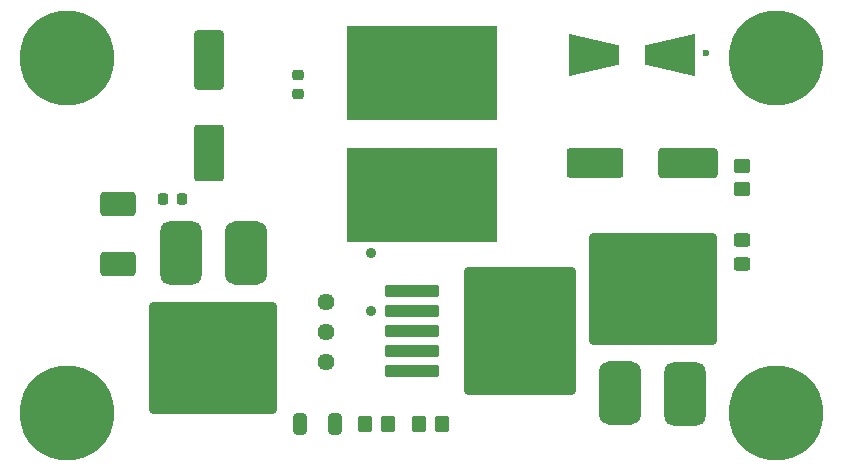
<source format=gbr>
G04 #@! TF.GenerationSoftware,KiCad,Pcbnew,8.0.5*
G04 #@! TF.CreationDate,2024-10-22T13:44:55+03:00*
G04 #@! TF.ProjectId,DC36_DC5,44433336-5f44-4433-952e-6b696361645f,rev?*
G04 #@! TF.SameCoordinates,Original*
G04 #@! TF.FileFunction,Soldermask,Top*
G04 #@! TF.FilePolarity,Negative*
%FSLAX46Y46*%
G04 Gerber Fmt 4.6, Leading zero omitted, Abs format (unit mm)*
G04 Created by KiCad (PCBNEW 8.0.5) date 2024-10-22 13:44:55*
%MOMM*%
%LPD*%
G01*
G04 APERTURE LIST*
G04 Aperture macros list*
%AMRoundRect*
0 Rectangle with rounded corners*
0 $1 Rounding radius*
0 $2 $3 $4 $5 $6 $7 $8 $9 X,Y pos of 4 corners*
0 Add a 4 corners polygon primitive as box body*
4,1,4,$2,$3,$4,$5,$6,$7,$8,$9,$2,$3,0*
0 Add four circle primitives for the rounded corners*
1,1,$1+$1,$2,$3*
1,1,$1+$1,$4,$5*
1,1,$1+$1,$6,$7*
1,1,$1+$1,$8,$9*
0 Add four rect primitives between the rounded corners*
20,1,$1+$1,$2,$3,$4,$5,0*
20,1,$1+$1,$4,$5,$6,$7,0*
20,1,$1+$1,$6,$7,$8,$9,0*
20,1,$1+$1,$8,$9,$2,$3,0*%
%AMOutline4P*
0 Free polygon, 4 corners , with rotation*
0 The origin of the aperture is its center*
0 number of corners: always 4*
0 $1 to $8 corner X, Y*
0 $9 Rotation angle, in degrees counterclockwise*
0 create outline with 4 corners*
4,1,4,$1,$2,$3,$4,$5,$6,$7,$8,$1,$2,$9*%
G04 Aperture macros list end*
%ADD10RoundRect,0.250000X0.450000X-0.325000X0.450000X0.325000X-0.450000X0.325000X-0.450000X-0.325000X0*%
%ADD11C,0.800000*%
%ADD12C,8.000000*%
%ADD13RoundRect,0.887500X-0.887500X1.812500X-0.887500X-1.812500X0.887500X-1.812500X0.887500X1.812500X0*%
%ADD14RoundRect,0.250000X-5.150000X4.450000X-5.150000X-4.450000X5.150000X-4.450000X5.150000X4.450000X0*%
%ADD15RoundRect,0.880000X-0.880000X1.845000X-0.880000X-1.845000X0.880000X-1.845000X0.880000X1.845000X0*%
%ADD16RoundRect,0.250000X-0.325000X-0.650000X0.325000X-0.650000X0.325000X0.650000X-0.325000X0.650000X0*%
%ADD17RoundRect,0.251000X-2.144000X-1.004000X2.144000X-1.004000X2.144000X1.004000X-2.144000X1.004000X0*%
%ADD18RoundRect,0.251000X-2.254000X-1.004000X2.254000X-1.004000X2.254000X1.004000X-2.254000X1.004000X0*%
%ADD19RoundRect,0.887500X0.887500X-1.812500X0.887500X1.812500X-0.887500X1.812500X-0.887500X-1.812500X0*%
%ADD20RoundRect,0.250000X5.150000X-4.450000X5.150000X4.450000X-5.150000X4.450000X-5.150000X-4.450000X0*%
%ADD21RoundRect,0.880000X0.880000X-1.845000X0.880000X1.845000X-0.880000X1.845000X-0.880000X-1.845000X0*%
%ADD22RoundRect,0.251000X1.004000X-2.144000X1.004000X2.144000X-1.004000X2.144000X-1.004000X-2.144000X0*%
%ADD23RoundRect,0.251000X1.004000X-2.254000X1.004000X2.254000X-1.004000X2.254000X-1.004000X-2.254000X0*%
%ADD24RoundRect,0.250000X-1.250000X0.755000X-1.250000X-0.755000X1.250000X-0.755000X1.250000X0.755000X0*%
%ADD25RoundRect,0.225000X0.225000X0.250000X-0.225000X0.250000X-0.225000X-0.250000X0.225000X-0.250000X0*%
%ADD26Outline4P,-2.150000X-1.800000X2.150000X-0.800000X2.150000X0.800000X-2.150000X1.800000X180.000000*%
%ADD27Outline4P,-2.150000X-1.800000X2.150000X-0.800000X2.150000X0.800000X-2.150000X1.800000X0.000000*%
%ADD28RoundRect,0.250000X-0.350000X-0.450000X0.350000X-0.450000X0.350000X0.450000X-0.350000X0.450000X0*%
%ADD29R,12.800000X8.000000*%
%ADD30C,1.440000*%
%ADD31RoundRect,0.250000X-0.450000X0.350000X-0.450000X-0.350000X0.450000X-0.350000X0.450000X0.350000X0*%
%ADD32RoundRect,0.225000X0.250000X-0.225000X0.250000X0.225000X-0.250000X0.225000X-0.250000X-0.225000X0*%
%ADD33RoundRect,0.250000X-2.050000X-0.300000X2.050000X-0.300000X2.050000X0.300000X-2.050000X0.300000X0*%
%ADD34RoundRect,0.250002X-4.449998X-5.149998X4.449998X-5.149998X4.449998X5.149998X-4.449998X5.149998X0*%
%ADD35C,0.600000*%
%ADD36C,0.900000*%
G04 APERTURE END LIST*
D10*
X150373000Y-98404000D03*
X150373000Y-96354000D03*
D11*
X90498000Y-80954000D03*
X91310779Y-78991779D03*
X91310779Y-82916221D03*
X93273000Y-78179000D03*
D12*
X93273000Y-80954000D03*
D11*
X93273000Y-83729000D03*
X95235221Y-78991779D03*
X95235221Y-82916221D03*
X96048000Y-80954000D03*
D13*
X108405000Y-97469000D03*
D14*
X105640000Y-106299000D03*
D15*
X102880000Y-97454000D03*
D16*
X112952000Y-111887000D03*
X115902000Y-111887000D03*
D17*
X137922000Y-89794000D03*
D18*
X145822000Y-89794000D03*
D19*
X140081000Y-109332000D03*
D20*
X142846000Y-100502000D03*
D21*
X145606000Y-109347000D03*
D22*
X105288000Y-88968000D03*
D23*
X105288000Y-81068000D03*
D24*
X97573000Y-93304000D03*
X97573000Y-98404000D03*
D25*
X102948000Y-92854000D03*
X101398000Y-92854000D03*
D26*
X144297000Y-80645000D03*
D27*
X137897000Y-80645000D03*
D12*
X153273000Y-80954000D03*
D28*
X123016000Y-111887000D03*
X125016000Y-111887000D03*
D29*
X123273000Y-92576000D03*
X123273000Y-82176000D03*
D11*
X90498000Y-110954000D03*
X91310779Y-108991779D03*
X91310779Y-112916221D03*
X93273000Y-108179000D03*
D12*
X93273000Y-110954000D03*
D11*
X93273000Y-113729000D03*
X95235221Y-108991779D03*
X95235221Y-112916221D03*
X96048000Y-110954000D03*
D12*
X153273000Y-110954000D03*
D30*
X115173000Y-106680000D03*
X115173000Y-104140000D03*
X115173000Y-101600000D03*
D28*
X118444000Y-111887000D03*
X120444000Y-111887000D03*
D31*
X150368000Y-90059000D03*
X150368000Y-92059000D03*
D32*
X112776000Y-83960000D03*
X112776000Y-82410000D03*
D33*
X122428000Y-100642000D03*
X122428000Y-102342000D03*
X122428000Y-104042000D03*
D34*
X131578000Y-104042000D03*
D33*
X122428000Y-105742000D03*
X122428000Y-107442000D03*
D35*
X127773000Y-108654000D03*
X129698000Y-99554000D03*
X131673000Y-101954000D03*
X133548000Y-108654000D03*
X129748000Y-101954000D03*
X135473000Y-99554000D03*
X129748000Y-106154000D03*
X135523000Y-106154000D03*
X129698000Y-104054000D03*
X133548000Y-104054000D03*
X129698000Y-108654000D03*
X127773000Y-104054000D03*
X133598000Y-106154000D03*
X131623000Y-108654000D03*
X131623000Y-99554000D03*
X133548000Y-99554000D03*
X135523000Y-101954000D03*
X133598000Y-101954000D03*
X127823000Y-106154000D03*
X127823000Y-101954000D03*
X127773000Y-99554000D03*
X131673000Y-106154000D03*
X135473000Y-104054000D03*
X131623000Y-104054000D03*
X135473000Y-108654000D03*
D36*
X118984000Y-102342000D03*
X118973000Y-97454000D03*
D35*
X147320000Y-80505999D03*
M02*

</source>
